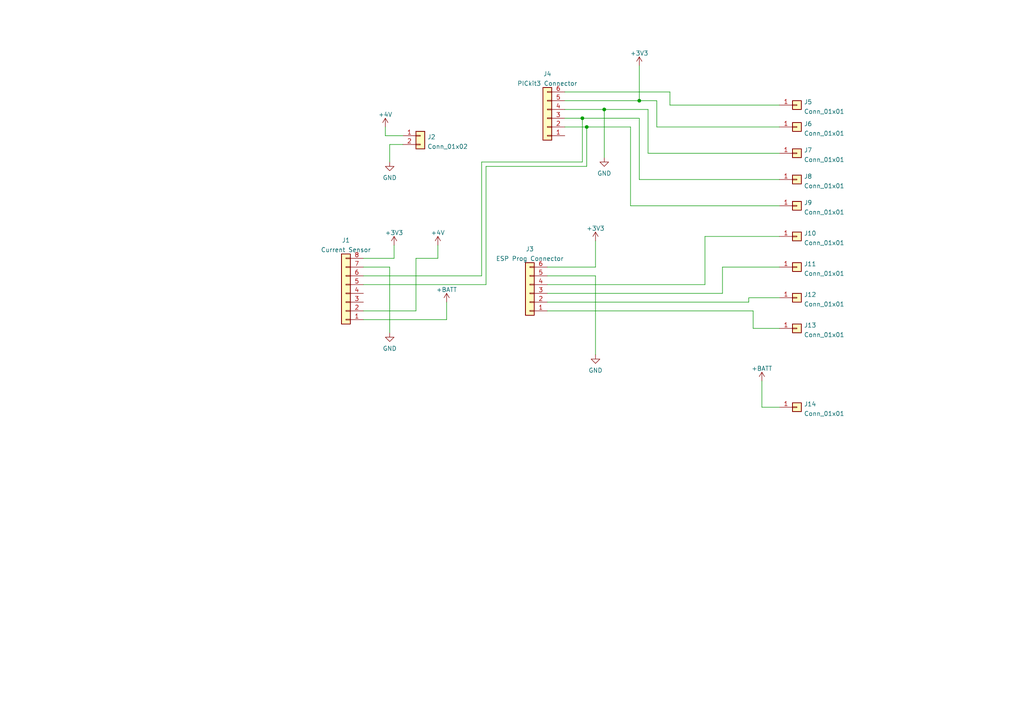
<source format=kicad_sch>
(kicad_sch (version 20211123) (generator eeschema)
  (paper "A4")
  (lib_symbols
    (symbol "Connector_Generic:Conn_01x01" (pin_names (offset 1.016) hide)
      (property "Reference" "J" (at 0 2.54 0))
      (property "Value" "Conn_01x01" (at 0 -2.54 0))
      (symbol "Conn_01x01_1_1"
        (rectangle (start -1.27 0.127) (end 0 -0.127) (stroke (width 0.1524)))
        (rectangle (start -1.27 1.27) (end 1.27 -1.27) (stroke (width 0.254)) (fill (type background)))
        (pin passive line (at -5.08 0 0) (length 3.81) (name "Pin_1") (number "1"))
      )
    )
    (symbol "Connector_Generic:Conn_01x02" (pin_names (offset 1.016) hide)
      (property "Reference" "J" (at 0 2.54 0))
      (property "Value" "Conn_01x02" (at 0 -5.08 0))
      (symbol "Conn_01x02_1_1"
        (rectangle (start -1.27 -2.413) (end 0 -2.667) (stroke (width 0.1524)))
        (rectangle (start -1.27 0.127) (end 0 -0.127) (stroke (width 0.1524)))
        (rectangle (start -1.27 1.27) (end 1.27 -3.81) (stroke (width 0.254)) (fill (type background)))
        (pin passive line (at -5.08 0 0) (length 3.81) (name "Pin_1") (number "1"))
        (pin passive line (at -5.08 -2.54 0) (length 3.81) (name "Pin_2") (number "2"))
      )
    )
    (symbol "Connector_Generic:Conn_01x06" (pin_names (offset 1.016) hide)
      (property "Reference" "J" (at 0 7.62 0))
      (property "Value" "Conn_01x06" (at 0 -10.16 0))
      (symbol "Conn_01x06_1_1"
        (rectangle (start -1.27 -7.493) (end 0 -7.747) (stroke (width 0.1524)))
        (rectangle (start -1.27 -4.953) (end 0 -5.207) (stroke (width 0.1524)))
        (rectangle (start -1.27 -2.413) (end 0 -2.667) (stroke (width 0.1524)))
        (rectangle (start -1.27 0.127) (end 0 -0.127) (stroke (width 0.1524)))
        (rectangle (start -1.27 2.667) (end 0 2.413) (stroke (width 0.1524)))
        (rectangle (start -1.27 5.207) (end 0 4.953) (stroke (width 0.1524)))
        (rectangle (start -1.27 6.35) (end 1.27 -8.89) (stroke (width 0.254)) (fill (type background)))
        (pin passive line (at -5.08 5.08 0) (length 3.81) (name "Pin_1") (number "1"))
        (pin passive line (at -5.08 2.54 0) (length 3.81) (name "Pin_2") (number "2"))
        (pin passive line (at -5.08 0 0) (length 3.81) (name "Pin_3") (number "3"))
        (pin passive line (at -5.08 -2.54 0) (length 3.81) (name "Pin_4") (number "4"))
        (pin passive line (at -5.08 -5.08 0) (length 3.81) (name "Pin_5") (number "5"))
        (pin passive line (at -5.08 -7.62 0) (length 3.81) (name "Pin_6") (number "6"))
      )
    )
    (symbol "Connector_Generic:Conn_01x08" (pin_names (offset 1.016) hide)
      (property "Reference" "J" (at 0 10.16 0))
      (property "Value" "Conn_01x08" (at 0 -12.7 0))
      (symbol "Conn_01x08_1_1"
        (rectangle (start -1.27 -10.033) (end 0 -10.287) (stroke (width 0.1524)))
        (rectangle (start -1.27 -7.493) (end 0 -7.747) (stroke (width 0.1524)))
        (rectangle (start -1.27 -4.953) (end 0 -5.207) (stroke (width 0.1524)))
        (rectangle (start -1.27 -2.413) (end 0 -2.667) (stroke (width 0.1524)))
        (rectangle (start -1.27 0.127) (end 0 -0.127) (stroke (width 0.1524)))
        (rectangle (start -1.27 2.667) (end 0 2.413) (stroke (width 0.1524)))
        (rectangle (start -1.27 5.207) (end 0 4.953) (stroke (width 0.1524)))
        (rectangle (start -1.27 7.747) (end 0 7.493) (stroke (width 0.1524)))
        (rectangle (start -1.27 8.89) (end 1.27 -11.43) (stroke (width 0.254)) (fill (type background)))
        (pin passive line (at -5.08 7.62 0) (length 3.81) (name "Pin_1") (number "1"))
        (pin passive line (at -5.08 5.08 0) (length 3.81) (name "Pin_2") (number "2"))
        (pin passive line (at -5.08 2.54 0) (length 3.81) (name "Pin_3") (number "3"))
        (pin passive line (at -5.08 0 0) (length 3.81) (name "Pin_4") (number "4"))
        (pin passive line (at -5.08 -2.54 0) (length 3.81) (name "Pin_5") (number "5"))
        (pin passive line (at -5.08 -5.08 0) (length 3.81) (name "Pin_6") (number "6"))
        (pin passive line (at -5.08 -7.62 0) (length 3.81) (name "Pin_7") (number "7"))
        (pin passive line (at -5.08 -10.16 0) (length 3.81) (name "Pin_8") (number "8"))
      )
    )
    (symbol "power:+3.3V" (power) (pin_names (offset 0))
      (property "Value" "+3.3V" (at 0 3.556 0))
      (symbol "+3.3V_0_1"
        (polyline (pts (xy -0.762 1.27) (xy 0 2.54)))
        (polyline (pts (xy 0 0) (xy 0 2.54)))
        (polyline (pts (xy 0 2.54) (xy 0.762 1.27)))
      )
      (symbol "+3.3V_1_1"
        (pin power_in line (at 0 0 90) (length 0) hide (name "+3V3") (number "1"))
      )
    )
    (symbol "power:+4V" (power) (pin_names (offset 0))
      (property "Value" "+4V" (at 0 3.556 0))
      (symbol "+4V_0_1"
        (polyline (pts (xy -0.762 1.27) (xy 0 2.54)))
        (polyline (pts (xy 0 0) (xy 0 2.54)))
        (polyline (pts (xy 0 2.54) (xy 0.762 1.27)))
      )
      (symbol "+4V_1_1"
        (pin power_in line (at 0 0 90) (length 0) hide (name "+4V") (number "1"))
      )
    )
    (symbol "power:+BATT" (power) (pin_names (offset 0))
      (property "Value" "+BATT" (at 0 3.556 0))
      (symbol "+BATT_0_1"
        (polyline (pts (xy -0.762 1.27) (xy 0 2.54)))
        (polyline (pts (xy 0 0) (xy 0 2.54)))
        (polyline (pts (xy 0 2.54) (xy 0.762 1.27)))
      )
      (symbol "+BATT_1_1"
        (pin power_in line (at 0 0 90) (length 0) hide (name "+BATT") (number "1"))
      )
    )
    (symbol "power:GND" (power) (pin_names (offset 0))
      (property "Value" "GND" (at 0 -3.81 0))
      (symbol "GND_0_1"
        (polyline (pts (xy 0 0) (xy 0 -1.27) (xy 1.27 -1.27) (xy 0 -2.54) (xy -1.27 -1.27) (xy 0 -1.27)))
      )
      (symbol "GND_1_1"
        (pin power_in line (at 0 0 270) (length 0) hide (name "GND") (number "1"))
      )
    )
  )
  (junction (at 168.91 34.29))
  (junction (at 170.18 36.83))
  (junction (at 175.26 31.75))
  (junction (at 185.42 29.21))
  (wire (pts (xy 172.72 77.47) (xy 172.72 69.85)))
  (wire (pts (xy 204.47 68.58) (xy 226.06 68.58)))
  (wire (pts (xy 194.31 26.67) (xy 194.31 30.48)))
  (wire (pts (xy 113.03 41.91) (xy 116.84 41.91)))
  (wire (pts (xy 127 74.93) (xy 127 71.12)))
  (wire (pts (xy 114.3 74.93) (xy 114.3 71.12)))
  (wire (pts (xy 120.65 74.93) (xy 127 74.93)))
  (wire (pts (xy 140.97 82.55) (xy 140.97 48.26)))
  (wire (pts (xy 163.83 31.75) (xy 175.26 31.75)))
  (wire (pts (xy 218.44 90.17) (xy 218.44 95.25)))
  (wire (pts (xy 172.72 80.01) (xy 158.75 80.01)))
  (wire (pts (xy 163.83 29.21) (xy 185.42 29.21)))
  (wire (pts (xy 113.03 46.99) (xy 113.03 41.91)))
  (wire (pts (xy 158.75 77.47) (xy 172.72 77.47)))
  (wire (pts (xy 217.17 87.63) (xy 217.17 86.36)))
  (wire (pts (xy 218.44 95.25) (xy 226.06 95.25)))
  (wire (pts (xy 209.55 85.09) (xy 209.55 77.47)))
  (wire (pts (xy 170.18 48.26) (xy 170.18 36.83)))
  (wire (pts (xy 185.42 34.29) (xy 185.42 52.07)))
  (wire (pts (xy 105.41 92.71) (xy 129.54 92.71)))
  (wire (pts (xy 172.72 102.87) (xy 172.72 80.01)))
  (wire (pts (xy 140.97 48.26) (xy 170.18 48.26)))
  (wire (pts (xy 187.96 31.75) (xy 187.96 44.45)))
  (wire (pts (xy 170.18 36.83) (xy 182.88 36.83)))
  (wire (pts (xy 204.47 82.55) (xy 204.47 68.58)))
  (wire (pts (xy 185.42 29.21) (xy 190.5 29.21)))
  (wire (pts (xy 139.7 46.99) (xy 168.91 46.99)))
  (wire (pts (xy 158.75 85.09) (xy 209.55 85.09)))
  (wire (pts (xy 182.88 59.69) (xy 226.06 59.69)))
  (wire (pts (xy 158.75 87.63) (xy 217.17 87.63)))
  (wire (pts (xy 105.41 82.55) (xy 140.97 82.55)))
  (wire (pts (xy 190.5 36.83) (xy 226.06 36.83)))
  (wire (pts (xy 209.55 77.47) (xy 226.06 77.47)))
  (wire (pts (xy 129.54 92.71) (xy 129.54 87.63)))
  (wire (pts (xy 105.41 77.47) (xy 113.03 77.47)))
  (wire (pts (xy 217.17 86.36) (xy 226.06 86.36)))
  (wire (pts (xy 220.98 118.11) (xy 226.06 118.11)))
  (wire (pts (xy 120.65 90.17) (xy 120.65 74.93)))
  (wire (pts (xy 190.5 29.21) (xy 190.5 36.83)))
  (wire (pts (xy 168.91 46.99) (xy 168.91 34.29)))
  (wire (pts (xy 158.75 90.17) (xy 218.44 90.17)))
  (wire (pts (xy 111.76 36.83) (xy 111.76 39.37)))
  (wire (pts (xy 187.96 44.45) (xy 226.06 44.45)))
  (wire (pts (xy 182.88 36.83) (xy 182.88 59.69)))
  (wire (pts (xy 163.83 26.67) (xy 194.31 26.67)))
  (wire (pts (xy 113.03 77.47) (xy 113.03 96.52)))
  (wire (pts (xy 105.41 74.93) (xy 114.3 74.93)))
  (wire (pts (xy 158.75 82.55) (xy 204.47 82.55)))
  (wire (pts (xy 168.91 34.29) (xy 185.42 34.29)))
  (wire (pts (xy 185.42 19.05) (xy 185.42 29.21)))
  (wire (pts (xy 139.7 80.01) (xy 139.7 46.99)))
  (wire (pts (xy 111.76 39.37) (xy 116.84 39.37)))
  (wire (pts (xy 175.26 31.75) (xy 175.26 45.72)))
  (wire (pts (xy 163.83 34.29) (xy 168.91 34.29)))
  (wire (pts (xy 185.42 52.07) (xy 226.06 52.07)))
  (wire (pts (xy 175.26 31.75) (xy 187.96 31.75)))
  (wire (pts (xy 163.83 36.83) (xy 170.18 36.83)))
  (wire (pts (xy 105.41 90.17) (xy 120.65 90.17)))
  (wire (pts (xy 220.98 110.49) (xy 220.98 118.11)))
  (wire (pts (xy 105.41 80.01) (xy 139.7 80.01)))
  (wire (pts (xy 194.31 30.48) (xy 226.06 30.48)))
  (symbol (lib_id "power:GND") (at 172.72 102.87 0) (unit 1)
    (property "Reference" "#PWR0105" (effects hide))
    (property "Value" "GND" (at 172.72 107.4325 0))
  )
  (symbol (lib_id "power:+4V") (at 127 71.12 0) (unit 1)
    (property "Reference" "#PWR0109" (effects hide))
    (property "Value" "+4V" (at 127 67.5155 0))
  )
  (symbol (lib_id "power:+BATT") (at 129.54 87.63 0) (unit 1)
    (property "Reference" "#PWR0106" (effects hide))
    (property "Value" "+BATT" (at 129.54 84.0255 0))
  )
  (symbol (lib_id "power:+4V") (at 111.76 36.83 0) (unit 1)
    (property "Reference" "#PWR0108" (effects hide))
    (property "Value" "+4V" (at 111.76 33.2255 0))
  )
  (symbol (lib_id "Connector_Generic:Conn_01x01") (at 231.14 44.45 0) (unit 1)
    (property "Reference" "J7" (at 233.172 43.5415 0) (effects (justify left)))
    (property "Value" "Conn_01x01" (at 233.172 46.3166 0) (effects (justify left)))
    (property "Footprint" "Connector_Pin:Pin_D1.0mm_L10.0mm" (effects hide))
  )
  (symbol (lib_id "Connector_Generic:Conn_01x01") (at 231.14 118.11 0) (unit 1)
    (property "Reference" "J14" (at 233.172 117.2015 0) (effects (justify left)))
    (property "Value" "Conn_01x01" (at 233.172 119.9766 0) (effects (justify left)))
    (property "Footprint" "Connector_Pin:Pin_D1.0mm_L10.0mm" (effects hide))
  )
  (symbol (lib_id "Connector_Generic:Conn_01x01") (at 231.14 86.36 0) (unit 1)
    (property "Reference" "J12" (at 233.172 85.4515 0) (effects (justify left)))
    (property "Value" "Conn_01x01" (at 233.172 88.2266 0) (effects (justify left)))
    (property "Footprint" "Connector_Pin:Pin_D1.0mm_L10.0mm" (effects hide))
  )
  (symbol (lib_id "power:+BATT") (at 220.98 110.49 0) (unit 1)
    (property "Reference" "#PWR0103" (effects hide))
    (property "Value" "+BATT" (at 220.98 106.8855 0))
  )
  (symbol (lib_id "Connector_Generic:Conn_01x01") (at 231.14 95.25 0) (unit 1)
    (property "Reference" "J13" (at 233.172 94.3415 0) (effects (justify left)))
    (property "Value" "Conn_01x01" (at 233.172 97.1166 0) (effects (justify left)))
    (property "Footprint" "Connector_Pin:Pin_D1.0mm_L10.0mm" (effects hide))
  )
  (symbol (lib_id "power:GND") (at 113.03 96.52 0) (unit 1)
    (property "Reference" "#PWR0110" (effects hide))
    (property "Value" "GND" (at 113.03 101.0825 0))
  )
  (symbol (lib_id "Connector_Generic:Conn_01x06") (at 158.75 34.29 180) (unit 1)
    (property "Reference" "J4" (at 158.75 21.4335 0))
    (property "Value" "PICkit3 Connector" (at 158.75 24.2086 0))
    (property "Footprint" "Connector_PinHeader_2.54mm:PinHeader_1x06_P2.54mm_Vertical" (effects hide))
  )
  (symbol (lib_id "power:GND") (at 175.26 45.72 0) (unit 1)
    (property "Reference" "#PWR0111" (effects hide))
    (property "Value" "GND" (at 175.26 50.2825 0))
  )
  (symbol (lib_id "Connector_Generic:Conn_01x01") (at 231.14 59.69 0) (unit 1)
    (property "Reference" "J9" (at 233.172 58.7815 0) (effects (justify left)))
    (property "Value" "Conn_01x01" (at 233.172 61.5566 0) (effects (justify left)))
    (property "Footprint" "Connector_Pin:Pin_D1.0mm_L10.0mm" (effects hide))
  )
  (symbol (lib_id "Connector_Generic:Conn_01x06") (at 153.67 85.09 180) (unit 1)
    (property "Reference" "J3" (at 153.67 72.2335 0))
    (property "Value" "ESP Prog Connector" (at 153.67 75.0086 0))
    (property "Footprint" "Connector_PinHeader_2.54mm:PinHeader_1x06_P2.54mm_Vertical" (effects hide))
  )
  (symbol (lib_id "power:+3.3V") (at 185.42 19.05 0) (unit 1)
    (property "Reference" "#PWR0101" (effects hide))
    (property "Value" "+3.3V" (at 185.42 15.4455 0))
  )
  (symbol (lib_id "Connector_Generic:Conn_01x01") (at 231.14 68.58 0) (unit 1)
    (property "Reference" "J10" (at 233.172 67.6715 0) (effects (justify left)))
    (property "Value" "Conn_01x01" (at 233.172 70.4466 0) (effects (justify left)))
    (property "Footprint" "Connector_Pin:Pin_D1.0mm_L10.0mm" (effects hide))
  )
  (symbol (lib_id "Connector_Generic:Conn_01x01") (at 231.14 36.83 0) (unit 1)
    (property "Reference" "J6" (at 233.172 35.9215 0) (effects (justify left)))
    (property "Value" "Conn_01x01" (at 233.172 38.6966 0) (effects (justify left)))
    (property "Footprint" "Connector_Pin:Pin_D1.0mm_L10.0mm" (effects hide))
  )
  (symbol (lib_id "power:+3.3V") (at 172.72 69.85 0) (unit 1)
    (property "Reference" "#PWR0102" (effects hide))
    (property "Value" "+3.3V" (at 172.72 66.2455 0))
  )
  (symbol (lib_id "Connector_Generic:Conn_01x01") (at 231.14 77.47 0) (unit 1)
    (property "Reference" "J11" (at 233.172 76.5615 0) (effects (justify left)))
    (property "Value" "Conn_01x01" (at 233.172 79.3366 0) (effects (justify left)))
    (property "Footprint" "Connector_Pin:Pin_D1.0mm_L10.0mm" (effects hide))
  )
  (symbol (lib_id "power:+3.3V") (at 114.3 71.12 0) (unit 1)
    (property "Reference" "#PWR0104" (effects hide))
    (property "Value" "+3.3V" (at 114.3 67.5155 0))
  )
  (symbol (lib_id "Connector_Generic:Conn_01x01") (at 231.14 30.48 0) (unit 1)
    (property "Reference" "J5" (at 233.172 29.5715 0) (effects (justify left)))
    (property "Value" "Conn_01x01" (at 233.172 32.3466 0) (effects (justify left)))
    (property "Footprint" "Connector_Pin:Pin_D1.0mm_L10.0mm" (effects hide))
  )
  (symbol (lib_id "Connector_Generic:Conn_01x08") (at 100.33 85.09 180) (unit 1)
    (property "Reference" "J1" (at 100.33 69.6935 0))
    (property "Value" "Current Sensor" (at 100.33 72.4686 0))
    (property "Footprint" "Connector_PinHeader_2.54mm:PinHeader_1x08_P2.54mm_Vertical" (effects hide))
  )
  (symbol (lib_id "power:GND") (at 113.03 46.99 0) (unit 1)
    (property "Reference" "#PWR0107" (effects hide))
    (property "Value" "GND" (at 113.03 51.5525 0))
  )
  (symbol (lib_id "Connector_Generic:Conn_01x02") (at 121.92 39.37 0) (unit 1)
    (property "Reference" "J2" (at 123.952 39.7315 0) (effects (justify left)))
    (property "Value" "Conn_01x02" (at 123.952 42.5066 0) (effects (justify left)))
    (property "Footprint" "Connector_JST:JST_PH_B2B-PH-K_1x02_P2.00mm_Vertical" (effects hide))
  )
  (symbol (lib_id "Connector_Generic:Conn_01x01") (at 231.14 52.07 0) (unit 1)
    (property "Reference" "J8" (at 233.172 51.1615 0) (effects (justify left)))
    (property "Value" "Conn_01x01" (at 233.172 53.9366 0) (effects (justify left)))
    (property "Footprint" "Connector_Pin:Pin_D1.0mm_L10.0mm" (effects hide))
  )
)
</source>
